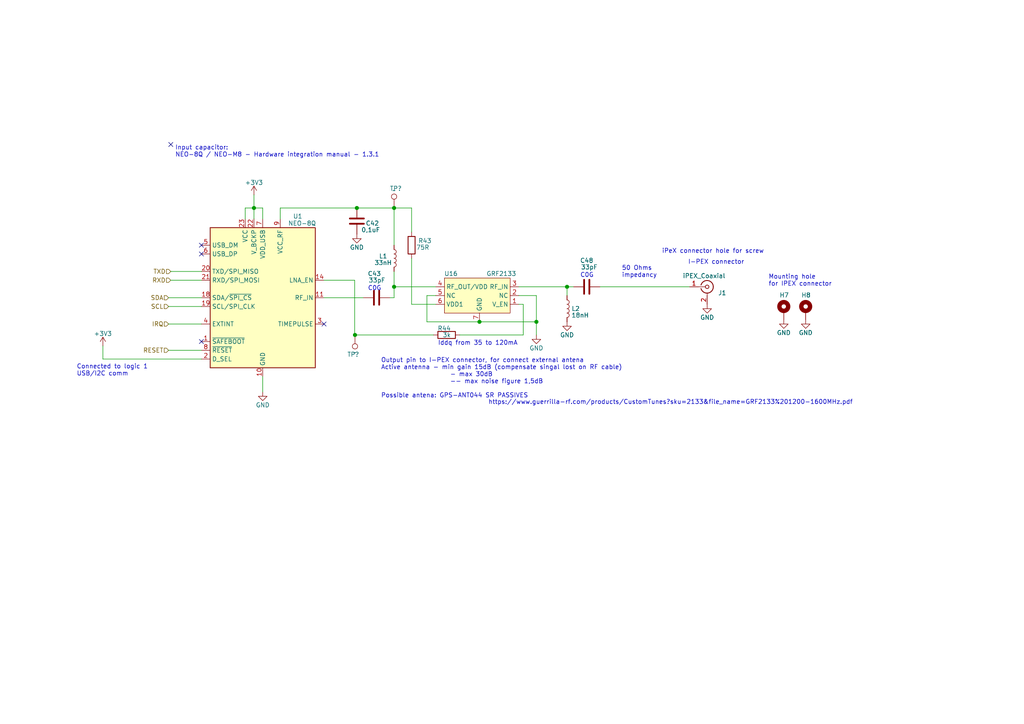
<source format=kicad_sch>
(kicad_sch (version 20211123) (generator eeschema)
  (paper "A4")
  (lib_symbols
    (symbol "Connector:Conn_Coaxial" (pin_names (offset 1.016) hide)
      (property "Reference" "J" (at 0.254 3.048 0))
      (property "Value" "Conn_Coaxial" (at 2.921 0 90))
      (symbol "Conn_Coaxial_0_1"
        (arc (start -1.778 -0.508) (mid 0.222 -1.808) (end 1.778 0) (stroke (width 0.254)))
        (polyline (pts (xy -2.54 0) (xy -0.508 0)))
        (polyline (pts (xy 0 -2.54) (xy 0 -1.778)))
        (circle (center 0 0) (radius 0.508) (stroke (width 0.2032)))
        (arc (start 1.778 0) (mid 0.222 1.8083) (end -1.778 0.508) (stroke (width 0.254)))
      )
      (symbol "Conn_Coaxial_1_1"
        (pin passive line (at -5.08 0 0) (length 2.54) (name "In") (number "1"))
        (pin passive line (at 0 -5.08 90) (length 2.54) (name "Ext") (number "2"))
      )
    )
    (symbol "Connector:TestPoint" (pin_numbers hide) (pin_names (offset 0.762) hide)
      (property "Reference" "TP" (at 0 6.858 0))
      (property "Value" "TestPoint" (at 0 5.08 0))
      (symbol "TestPoint_0_1"
        (circle (center 0 3.302) (radius 0.762))
      )
      (symbol "TestPoint_1_1"
        (pin passive line (at 0 0 90) (length 2.54) (name "1") (number "1"))
      )
    )
    (symbol "Device:C" (pin_numbers hide) (pin_names (offset 0.254))
      (property "Reference" "C" (at 0.635 2.54 0))
      (property "Value" "C" (at 0.635 -2.54 0))
      (symbol "C_0_1"
        (polyline (pts (xy -2.032 -0.762) (xy 2.032 -0.762)) (stroke (width 0.508)))
        (polyline (pts (xy -2.032 0.762) (xy 2.032 0.762)) (stroke (width 0.508)))
      )
      (symbol "C_1_1"
        (pin passive line (at 0 3.81 270) (length 2.794) (name "~") (number "1"))
        (pin passive line (at 0 -3.81 90) (length 2.794) (name "~") (number "2"))
      )
    )
    (symbol "Device:L" (pin_numbers hide) (pin_names (offset 1.016) hide)
      (property "Reference" "L" (at -1.27 0 90))
      (property "Value" "L" (at 1.905 0 90))
      (symbol "L_0_1"
        (arc (start 0 -2.54) (mid 0.635 -1.905) (end 0 -1.27))
        (arc (start 0 -1.27) (mid 0.635 -0.635) (end 0 0))
        (arc (start 0 0) (mid 0.635 0.635) (end 0 1.27))
        (arc (start 0 1.27) (mid 0.635 1.905) (end 0 2.54))
      )
      (symbol "L_1_1"
        (pin passive line (at 0 3.81 270) (length 1.27) (name "1") (number "1"))
        (pin passive line (at 0 -3.81 90) (length 1.27) (name "2") (number "2"))
      )
    )
    (symbol "Device:R" (pin_numbers hide) (pin_names (offset 0))
      (property "Reference" "R" (at 2.032 0 90))
      (property "Value" "R" (at 0 0 90))
      (symbol "R_0_1"
        (rectangle (start -1.016 -2.54) (end 1.016 2.54) (stroke (width 0.254)))
      )
      (symbol "R_1_1"
        (pin passive line (at 0 3.81 270) (length 1.27) (name "~") (number "1"))
        (pin passive line (at 0 -3.81 90) (length 1.27) (name "~") (number "2"))
      )
    )
    (symbol "Mechanical:MountingHole_Pad" (pin_numbers hide) (pin_names (offset 1.016) hide)
      (property "Reference" "H" (at 0 6.35 0))
      (property "Value" "MountingHole_Pad" (at 0 4.445 0))
      (symbol "MountingHole_Pad_0_1"
        (circle (center 0 1.27) (radius 1.27) (stroke (width 1.27)))
      )
      (symbol "MountingHole_Pad_1_1"
        (pin input line (at 0 -2.54 90) (length 2.54) (name "1") (number "1"))
      )
    )
    (symbol "RF_GPS:NEO-8Q"
      (property "Reference" "U" (at -13.97 21.59 0))
      (property "Value" "NEO-8Q" (at 11.43 21.59 0))
      (symbol "NEO-8Q_0_1"
        (rectangle (start -15.24 20.32) (end 15.24 -20.32) (stroke (width 0.254)) (fill (type background)))
      )
      (symbol "NEO-8Q_1_1"
        (pin input line (at -17.78 -12.7 0) (length 2.54) (name "~{SAFEBOOT}") (number "1"))
        (pin power_in line (at 0 -22.86 90) (length 2.54) (name "GND") (number "10"))
        (pin input line (at 17.78 0 180) (length 2.54) (name "RF_IN") (number "11"))
        (pin passive line (at 0 -22.86 90) (length 2.54) hide (name "GND") (number "12"))
        (pin passive line (at 0 -22.86 90) (length 2.54) hide (name "GND") (number "13"))
        (pin output line (at 17.78 5.08 180) (length 2.54) (name "LNA_EN") (number "14"))
        (pin no_connect line (at 15.24 -10.16 180) (length 2.54) hide (name "RESERVED") (number "15"))
        (pin no_connect line (at 15.24 -12.7 180) (length 2.54) hide (name "RESERVED") (number "16"))
        (pin no_connect line (at 15.24 -15.24 180) (length 2.54) hide (name "RESERVED") (number "17"))
        (pin bidirectional line (at -17.78 0 0) (length 2.54) (name "SDA/~{SPI_CS}") (number "18"))
        (pin input line (at -17.78 -2.54 0) (length 2.54) (name "SCL/SPI_CLK") (number "19"))
        (pin input line (at -17.78 -17.78 0) (length 2.54) (name "D_SEL") (number "2"))
        (pin output line (at -17.78 7.62 0) (length 2.54) (name "TXD/SPI_MISO") (number "20"))
        (pin input line (at -17.78 5.08 0) (length 2.54) (name "RXD/SPI_MOSI") (number "21"))
        (pin power_in line (at -2.54 22.86 270) (length 2.54) (name "V_BCKP") (number "22"))
        (pin power_in line (at -5.08 22.86 270) (length 2.54) (name "VCC") (number "23"))
        (pin passive line (at 0 -22.86 90) (length 2.54) hide (name "GND") (number "24"))
        (pin output line (at 17.78 -7.62 180) (length 2.54) (name "TIMEPULSE") (number "3"))
        (pin input line (at -17.78 -7.62 0) (length 2.54) (name "EXTINT") (number "4"))
        (pin bidirectional line (at -17.78 15.24 0) (length 2.54) (name "USB_DM") (number "5"))
        (pin bidirectional line (at -17.78 12.7 0) (length 2.54) (name "USB_DP") (number "6"))
        (pin power_in line (at 0 22.86 270) (length 2.54) (name "VDD_USB") (number "7"))
        (pin input line (at -17.78 -15.24 0) (length 2.54) (name "~{RESET}") (number "8"))
        (pin power_out line (at 5.08 22.86 270) (length 2.54) (name "VCC_RF") (number "9"))
      )
    )
    (symbol "comm:GRF2133"
      (property "Reference" "U" (at 0 2.54 0))
      (property "Value" "GRF2133" (at 0 0 0))
      (symbol "GRF2133_0_1"
        (rectangle (start -10.16 -1.27) (end 8.89 -11.43) (stroke (width 0.1524)) (fill (type background)))
      )
      (symbol "GRF2133_1_1"
        (pin input line (at 11.43 -8.89 180) (length 2.54) (name "V_EN") (number "1"))
        (pin input line (at 11.43 -6.35 180) (length 2.54) (name "NC") (number "2"))
        (pin input line (at 11.43 -3.81 180) (length 2.54) (name "RF_IN") (number "3"))
        (pin input line (at -12.7 -3.81 0) (length 2.54) (name "RF_OUT/VDD") (number "4"))
        (pin input line (at -12.7 -6.35 0) (length 2.54) (name "NC") (number "5"))
        (pin input line (at -12.7 -8.89 0) (length 2.54) (name "VDD1") (number "6"))
        (pin input line (at 0 -13.97 90) (length 2.54) (name "GND") (number "7"))
      )
    )
    (symbol "power:+3V3" (power) (pin_names (offset 0))
      (property "Value" "+3V3" (at 0 3.556 0))
      (symbol "+3V3_0_1"
        (polyline (pts (xy -0.762 1.27) (xy 0 2.54)))
        (polyline (pts (xy 0 0) (xy 0 2.54)))
        (polyline (pts (xy 0 2.54) (xy 0.762 1.27)))
      )
      (symbol "+3V3_1_1"
        (pin power_in line (at 0 0 90) (length 0) hide (name "+3V3") (number "1"))
      )
    )
    (symbol "power:GND" (power) (pin_names (offset 0))
      (property "Value" "GND" (at 0 -3.81 0))
      (symbol "GND_0_1"
        (polyline (pts (xy 0 0) (xy 0 -1.27) (xy 1.27 -1.27) (xy 0 -2.54) (xy -1.27 -1.27) (xy 0 -1.27)))
      )
      (symbol "GND_1_1"
        (pin power_in line (at 0 0 270) (length 0) hide (name "GND") (number "1"))
      )
    )
  )
  (junction (at 155.575 93.345) (diameter 1.016))
  (junction (at 103.505 60.325) (diameter 1.016))
  (junction (at 139.065 93.345) (diameter 1.016))
  (junction (at 102.9601 97.155) (diameter 1.016))
  (junction (at 114.3 60.325) (diameter 1.016))
  (junction (at 114.3 83.185) (diameter 1.016))
  (junction (at 164.465 83.185) (diameter 1.016))
  (junction (at 73.66 60.325) (diameter 1.016))
  (no_connect (at 49.53 41.91))
  (no_connect (at 58.42 99.06))
  (no_connect (at 93.98 93.98))
  (no_connect (at 58.42 71.12))
  (no_connect (at 58.42 73.66))
  (wire (pts (xy 150.495 83.185) (xy 164.465 83.185)))
  (wire (pts (xy 164.465 83.185) (xy 164.465 85.725)))
  (wire (pts (xy 29.845 100.33) (xy 29.845 104.14)))
  (wire (pts (xy 48.895 101.6) (xy 58.42 101.6)))
  (wire (pts (xy 76.2 109.22) (xy 76.2 113.665)))
  (wire (pts (xy 119.38 74.93) (xy 119.38 88.265)))
  (wire (pts (xy 119.38 67.31) (xy 119.38 60.325)))
  (wire (pts (xy 126.365 85.725) (xy 123.825 85.725)))
  (wire (pts (xy 93.98 86.36) (xy 105.41 86.36)))
  (wire (pts (xy 102.87 97.155) (xy 102.9601 97.155)))
  (wire (pts (xy 102.9601 97.155) (xy 125.73 97.155)))
  (wire (pts (xy 48.895 88.9) (xy 58.42 88.9)))
  (wire (pts (xy 114.3 78.74) (xy 114.3 83.185)))
  (wire (pts (xy 48.895 86.36) (xy 58.42 86.36)))
  (wire (pts (xy 123.825 85.725) (xy 123.825 93.345)))
  (wire (pts (xy 123.825 93.345) (xy 139.065 93.345)))
  (wire (pts (xy 139.065 93.345) (xy 155.575 93.345)))
  (wire (pts (xy 173.99 83.185) (xy 200.025 83.185)))
  (wire (pts (xy 114.3 60.325) (xy 114.3 71.12)))
  (wire (pts (xy 48.895 93.98) (xy 58.42 93.98)))
  (wire (pts (xy 29.845 104.14) (xy 58.42 104.14)))
  (wire (pts (xy 164.465 83.185) (xy 166.37 83.185)))
  (wire (pts (xy 133.35 97.155) (xy 151.765 97.155)))
  (wire (pts (xy 113.03 86.36) (xy 114.3 86.36)))
  (wire (pts (xy 114.3 83.185) (xy 126.365 83.185)))
  (wire (pts (xy 114.3 86.36) (xy 114.3 83.185)))
  (wire (pts (xy 76.2 60.325) (xy 73.66 60.325)))
  (wire (pts (xy 76.2 63.5) (xy 76.2 60.325)))
  (wire (pts (xy 93.98 81.28) (xy 102.87 81.28)))
  (wire (pts (xy 102.87 81.28) (xy 102.87 97.155)))
  (wire (pts (xy 73.66 56.515) (xy 73.66 60.325)))
  (wire (pts (xy 150.495 85.725) (xy 155.575 85.725)))
  (wire (pts (xy 155.575 85.725) (xy 155.575 93.345)))
  (wire (pts (xy 155.575 93.345) (xy 155.575 97.155)))
  (wire (pts (xy 49.53 81.28) (xy 58.42 81.28)))
  (wire (pts (xy 150.495 88.265) (xy 151.765 88.265)))
  (wire (pts (xy 151.765 88.265) (xy 151.765 97.155)))
  (wire (pts (xy 73.66 60.325) (xy 73.66 63.5)))
  (wire (pts (xy 49.53 78.74) (xy 58.42 78.74)))
  (wire (pts (xy 119.38 88.265) (xy 126.365 88.265)))
  (wire (pts (xy 81.28 60.325) (xy 103.505 60.325)))
  (wire (pts (xy 81.28 63.5) (xy 81.28 60.325)))
  (wire (pts (xy 103.505 60.325) (xy 114.3 60.325)))
  (wire (pts (xy 114.3 60.325) (xy 119.38 60.325)))
  (wire (pts (xy 71.12 60.325) (xy 73.66 60.325)))
  (wire (pts (xy 71.12 63.5) (xy 71.12 60.325)))
  (text "C0G" (at 168.275 80.645 0) (effects (font (size 1.27 1.27)) (justify left bottom)))
  (text "Input capacitor:\nNEO-8Q / NEO-M8 - Hardware integration manual - 1.3.1" (at 50.8 45.72 0) (effects (font (size 1.27 1.27)) (justify left bottom)))
  (text "C0G" (at 106.68 84.455 0) (effects (font (size 1.27 1.27)) (justify left bottom)))
  (text "50 Ohms\nimpedancy\n" (at 180.34 80.645 0) (effects (font (size 1.27 1.27)) (justify left bottom)))
  (text "Mounting hole\nfor IPEX connector\n" (at 222.885 83.185 0) (effects (font (size 1.27 1.27)) (justify left bottom)))
  (text "Iddq from 35 to 120mA" (at 127 100.33 0) (effects (font (size 1.27 1.27)) (justify left bottom)))
  (text "I-PEX connector\n" (at 215.9 76.835 180) (effects (font (size 1.27 1.27)) (justify right bottom)))
  (text "Output pin to I-PEX connector, for connect external antena\nActive antenna - min gain 15dB (compensate singal lost on RF cable)\n				- max 30dB\n				-- max noise figure 1,5dB\n\nPossible antena: GPS-ANT044 SR PASSIVES\n" (at 110.49 115.57 0) (effects (font (size 1.27 1.27)) (justify left bottom)))
  (text "https://www.guerrilla-rf.com/products/CustomTunes?sku=2133&file_name=GRF2133%201200-1600MHz.pdf" (at 141.605 117.475 0) (effects (font (size 1.27 1.27)) (justify left bottom)))
  (text "iPeX connector hole for screw\n" (at 221.615 73.66 180) (effects (font (size 1.27 1.27)) (justify right bottom)))
  (text "Connected to logic 1 \nUSB/I2C comm\n" (at 22.225 109.22 0) (effects (font (size 1.27 1.27)) (justify left bottom)))
  (hierarchical_label "SCL" (shape input) (at 48.895 88.9 180))
  (hierarchical_label "SDA" (shape input) (at 48.895 86.36 180))
  (hierarchical_label "TXD" (shape input) (at 49.53 78.74 180))
  (hierarchical_label "IRQ" (shape input) (at 48.895 93.98 180))
  (hierarchical_label "RESET" (shape input) (at 48.895 101.6 180))
  (hierarchical_label "RXD" (shape input) (at 49.53 81.28 180))
  (symbol (lib_id "power:+3V3") (at 29.845 100.33 0) (unit 1)
    (property "Reference" "#PWR0136" (effects hide))
    (property "Value" "+3V3" (at 29.845 96.774 0))
  )
  (symbol (lib_id "power:GND") (at 103.505 67.945 0) (unit 1)
    (property "Reference" "#PWR0151" (effects hide))
    (property "Value" "GND" (at 103.505 71.755 0))
  )
  (symbol (lib_id "power:GND") (at 205.105 88.265 0) (unit 1)
    (property "Reference" "#PWR0105" (effects hide))
    (property "Value" "GND" (at 205.105 92.075 0))
  )
  (symbol (lib_id "Connector:Conn_Coaxial") (at 205.105 83.185 0) (unit 1)
    (property "Reference" "J1" (at 208.28 84.9504 0) (effects (justify left)))
    (property "Value" "iPEX_Coaxial" (at 204.216 80.01 0))
    (property "Datasheet" " ~" (effects hide))
  )
  (symbol (lib_id "Device:C") (at 109.22 86.36 90) (unit 1)
    (property "Reference" "C43" (at 108.585 79.375 90))
    (property "Value" "33pF" (at 111.76 81.28 90) (effects (justify left)))
    (property "Footprint" "Capacitor_SMD:C_0603_1608Metric" (effects hide))
  )
  (symbol (lib_id "power:GND") (at 164.465 93.345 0) (unit 1)
    (property "Reference" "#PWR0150" (effects hide))
    (property "Value" "GND" (at 164.465 97.155 0))
  )
  (symbol (lib_id "Device:R") (at 129.54 97.155 90) (unit 1)
    (property "Reference" "R44" (at 130.8099 95.25 90) (effects (justify left)))
    (property "Value" "3k" (at 130.8099 97.155 90) (effects (justify left)))
    (property "Footprint" "Resistor_SMD:R_0603_1608Metric" (effects hide))
  )
  (symbol (lib_id "Device:R") (at 119.38 71.12 0) (unit 1)
    (property "Reference" "R43" (at 121.285 69.8499 0) (effects (justify left)))
    (property "Value" "75R" (at 120.65 71.7549 0) (effects (justify left)))
    (property "Footprint" "Resistor_SMD:R_0603_1608Metric" (effects hide))
  )
  (symbol (lib_id "Device:C") (at 103.505 64.135 0) (unit 1)
    (property "Reference" "C42" (at 106.045 64.7699 0) (effects (justify left)))
    (property "Value" "0,1uF" (at 104.775 66.675 0) (effects (justify left)))
    (property "Footprint" "Capacitor_SMD:C_0603_1608Metric" (effects hide))
  )
  (symbol (lib_id "Device:C") (at 170.18 83.185 90) (unit 1)
    (property "Reference" "C48" (at 170.18 75.565 90))
    (property "Value" "33pF" (at 173.355 77.47 90) (effects (justify left)))
    (property "Footprint" "Capacitor_SMD:C_0603_1608Metric" (effects hide))
  )
  (symbol (lib_id "Mechanical:MountingHole_Pad") (at 227.33 90.17 0) (unit 1)
    (property "Reference" "H7" (at 226.06 85.5979 0) (effects (justify left)))
    (property "Value" "MountingHole_Pad" (effects hide))
  )
  (symbol (lib_id "power:+3V3") (at 73.66 56.515 0) (unit 1)
    (property "Reference" "#PWR0152" (effects hide))
    (property "Value" "+3V3" (at 73.66 52.959 0))
  )
  (symbol (lib_id "Device:L") (at 114.3 74.93 0) (unit 1)
    (property "Reference" "L1" (at 111.125 74.295 0))
    (property "Value" "33nH" (at 111.125 76.2 0))
    (property "Footprint" "Inductor_SMD:L_0603_1608Metric" (effects hide))
  )
  (symbol (lib_id "comm:GRF2133") (at 139.065 79.375 0) (unit 1)
    (property "Reference" "U16" (at 130.81 79.375 0))
    (property "Value" "GRF2133" (at 145.415 79.375 0))
    (property "Footprint" "Package_DFN_QFN:DFN-6-1EP_2x2mm_P0.5mm_EP0.6x1.37mm" (effects hide))
  )
  (symbol (lib_id "RF_GPS:NEO-8Q") (at 76.2 86.36 0) (unit 1)
    (property "Reference" "U1" (at 86.36 62.7286 0))
    (property "Value" "NEO-8Q" (at 87.63 64.77 0))
    (property "Footprint" "RF_GPS:ublox_NEO" (effects hide))
    (property "Datasheet" "https://www.u-blox.com/sites/default/files/NEO-8Q_DataSheet_%28UBX-15031913%29.pdf" (effects hide))
  )
  (symbol (lib_id "power:GND") (at 227.33 92.71 0) (unit 1)
    (property "Reference" "#PWR08" (effects hide))
    (property "Value" "GND" (at 227.33 96.52 0))
  )
  (symbol (lib_id "power:GND") (at 76.2 113.665 0) (unit 1)
    (property "Reference" "#PWR0108" (effects hide))
    (property "Value" "GND" (at 76.2 117.475 0))
  )
  (symbol (lib_id "power:GND") (at 233.68 92.71 0) (unit 1)
    (property "Reference" "#PWR09" (effects hide))
    (property "Value" "GND" (at 233.68 96.52 0))
  )
  (symbol (lib_id "power:GND") (at 155.575 97.155 0) (unit 1)
    (property "Reference" "#PWR0149" (effects hide))
    (property "Value" "GND" (at 155.575 100.965 0))
  )
  (symbol (lib_id "Mechanical:MountingHole_Pad") (at 233.68 90.17 0) (unit 1)
    (property "Reference" "H8" (at 232.41 85.5979 0) (effects (justify left)))
    (property "Value" "MountingHole_Pad" (effects hide))
  )
  (symbol (lib_id "Device:L") (at 164.465 89.535 0) (unit 1)
    (property "Reference" "L2" (at 165.735 89.5349 0) (effects (justify left)))
    (property "Value" "18nH" (at 168.275 91.44 0))
    (property "Footprint" "Inductor_SMD:L_0603_1608Metric" (effects hide))
  )
  (symbol (lib_id "Connector:TestPoint") (at 102.9601 97.155 180) (unit 1)
    (property "Reference" "TP?" (at 104.2301 102.8066 0) (effects (justify left)))
    (property "Value" "~" (at 102.9601 102.235 0))
  )
  (symbol (lib_id "Connector:TestPoint") (at 114.3 60.325 0) (unit 1)
    (property "Reference" "TP?" (at 113.03 54.6734 0) (effects (justify left)))
    (property "Value" "~" (at 114.3 55.245 0))
  )
)
</source>
